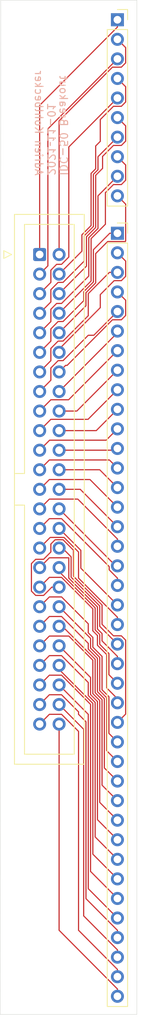
<source format=kicad_pcb>
(kicad_pcb (version 20211014) (generator pcbnew)
  (layers (0 "F.Cu" signal) (31 "B.Cu" signal) (34 "B.Paste" user) (35 "F.Paste" user) (36 "B.SilkS" user "B.Silkscreen") (37 "F.SilkS" user "F.Silkscreen") (38 "B.Mask" user) (39 "F.Mask" user) (44 "Edge.Cuts" user))
  (net 0 "")
  (net 1 "Net-(J1-Pad40)")
  (net 2 "Net-(J1-Pad39)")
  (net 3 "Net-(J1-Pad38)")
  (net 4 "Net-(J1-Pad37)")
  (net 5 "Net-(J1-Pad36)")
  (net 6 "Net-(J1-Pad35)")
  (net 7 "Net-(J1-Pad34)")
  (net 8 "Net-(J1-Pad33)")
  (net 9 "Net-(J1-Pad32)")
  (net 10 "Net-(J1-Pad31)")
  (net 11 "Net-(J1-Pad30)")
  (net 12 "Net-(J1-Pad29)")
  (net 13 "Net-(J1-Pad28)")
  (net 14 "Net-(J1-Pad27)")
  (net 15 "Net-(J1-Pad26)")
  (net 16 "Net-(J1-Pad25)")
  (net 17 "Net-(J1-Pad24)")
  (net 18 "Net-(J1-Pad23)")
  (net 19 "Net-(J1-Pad22)")
  (net 20 "Net-(J1-Pad21)")
  (net 21 "Net-(J1-Pad20)")
  (net 22 "Net-(J1-Pad19)")
  (net 23 "Net-(J1-Pad18)")
  (net 24 "Net-(J1-Pad17)")
  (net 25 "Net-(J1-Pad16)")
  (net 26 "Net-(J1-Pad15)")
  (net 27 "Net-(J1-Pad14)")
  (net 28 "Net-(J1-Pad13)")
  (net 29 "Net-(J1-Pad12)")
  (net 30 "Net-(J1-Pad11)")
  (net 31 "Net-(J1-Pad10)")
  (net 32 "Net-(J1-Pad9)")
  (net 33 "Net-(J1-Pad8)")
  (net 34 "Net-(J1-Pad7)")
  (net 35 "Net-(J1-Pad6)")
  (net 36 "Net-(J1-Pad5)")
  (net 37 "Net-(J1-Pad4)")
  (net 38 "Net-(J1-Pad3)")
  (net 39 "Net-(J1-Pad2)")
  (net 40 "Net-(J1-Pad1)")
  (net 41 "Net-(J2-Pad10)")
  (net 42 "Net-(J2-Pad8)")
  (net 43 "Net-(J2-Pad6)")
  (net 44 "Net-(J2-Pad4)")
  (net 45 "Net-(J2-Pad2)")
  (net 46 "Net-(J2-Pad9)")
  (net 47 "Net-(J2-Pad7)")
  (net 48 "Net-(J2-Pad5)")
  (net 49 "Net-(J2-Pad3)")
  (net 50 "Net-(J2-Pad1)")
  (footprint "Connector_PinSocket_2.54mm:PinSocket_1x40_P2.54mm_Vertical" (layer "F.Cu") (at 101.6 50.576)
    (fp_text reference "J1" hide)
    (fp_text value "Conn_01x40")
    (fp_line (start -1.33 100.39) (end 1.33 100.39) (layer "F.SilkS") (width 0.12))
    (fp_line (start -1.33 1.27) (end -1.33 100.39) (layer "F.SilkS") (width 0.12))
    (fp_line (start 1.33 -1.33) (end 1.33 0) (layer "F.SilkS") (width 0.12))
    (fp_line (start 0 -1.33) (end 1.33 -1.33) (layer "F.SilkS") (width 0.12))
    (fp_line (start -1.33 1.27) (end 1.33 1.27) (layer "F.SilkS") (width 0.12))
    (fp_line (start 1.33 1.27) (end 1.33 100.39) (layer "F.SilkS") (width 0.12))
    (pad "1" thru_hole rect locked (at 0 0) (size 1.7 1.7) (drill 1) (layers *.Cu *.Mask) (net 40 "Net-(J1-Pad1)"))
    (pad "2" thru_hole oval locked (at 0 2.54) (size 1.7 1.7) (drill 1) (layers *.Cu *.Mask) (net 39 "Net-(J1-Pad2)"))
    (pad "3" thru_hole oval locked (at 0 5.08) (size 1.7 1.7) (drill 1) (layers *.Cu *.Mask) (net 38 "Net-(J1-Pad3)"))
    (pad "4" thru_hole oval locked (at 0 7.62) (size 1.7 1.7) (drill 1) (layers *.Cu *.Mask) (net 37 "Net-(J1-Pad4)"))
    (pad "5" thru_hole oval locked (at 0 10.16) (size 1.7 1.7) (drill 1) (layers *.Cu *.Mask) (net 36 "Net-(J1-Pad5)"))
    (pad "6" thru_hole oval locked (at 0 12.7) (size 1.7 1.7) (drill 1) (layers *.Cu *.Mask) (net 35 "Net-(J1-Pad6)"))
    (pad "7" thru_hole oval locked (at 0 15.24) (size 1.7 1.7) (drill 1) (layers *.Cu *.Mask) (net 34 "Net-(J1-Pad7)"))
    (pad "8" thru_hole oval locked (at 0 17.78) (size 1.7 1.7) (drill 1) (layers *.Cu *.Mask) (net 33 "Net-(J1-Pad8)"))
    (pad "9" thru_hole oval locked (at 0 20.32) (size 1.7 1.7) (drill 1) (layers *.Cu *.Mask) (net 32 "Net-(J1-Pad9)"))
    (pad "10" thru_hole oval locked (at 0 22.86) (size 1.7 1.7) (drill 1) (layers *.Cu *.Mask) (net 31 "Net-(J1-Pad10)"))
    (pad "11" thru_hole oval locked (at 0 25.4) (size 1.7 1.7) (drill 1) (layers *.Cu *.Mask) (net 30 "Net-(J1-Pad11)"))
    (pad "12" thru_hole oval locked (at 0 27.94) (size 1.7 1.7) (drill 1) (layers *.Cu *.Mask) (net 29 "Net-(J1-Pad12)"))
    (pad "13" thru_hole oval locked (at 0 30.48) (size 1.7 1.7) (drill 1) (layers *.Cu *.Mask) (net 28 "Net-(J1-Pad13)"))
    (pad "14" thru_hole oval locked (at 0 33.02) (size 1.7 1.7) (drill 1) (layers *.Cu *.Mask) (net 27 "Net-(J1-Pad14)"))
    (pad "15" thru_hole oval locked (at 0 35.56) (size 1.7 1.7) (drill 1) (layers *.Cu *.Mask) (net 26 "Net-(J1-Pad15)"))
    (pad "16" thru_hole oval locked (at 0 38.1) (size 1.7 1.7) (drill 1) (layers *.Cu *.Mask) (net 25 "Net-(J1-Pad16)"))
    (pad "17" thru_hole oval locked (at 0 40.64) (size 1.7 1.7) (drill 1) (layers *.Cu *.Mask) (net 24 "Net-(J1-Pad17)"))
    (pad "18" thru_hole oval locked (at 0 43.18) (size 1.7 1.7) (drill 1) (layers *.Cu *.Mask) (net 23 "Net-(J1-Pad18)"))
    (pad "19" thru_hole oval locked (at 0 45.72) (size 1.7 1.7) (drill 1) (layers *.Cu *.Mask) (net 22 "Net-(J1-Pad19)"))
    (pad "20" thru_hole oval locked (at 0 48.26) (size 1.7 1.7) (drill 1) (layers *.Cu *.Mask) (net 21 "Net-(J1-Pad20)"))
    (pad "21" thru_hole oval locked (at 0 50.8) (size 1.7 1.7) (drill 1) (layers *.Cu *.Mask) (net 20 "Net-(J1-Pad21)"))
    (pad "22" thru_hole oval locked (at 0 53.34) (size 1.7 1.7) (drill 1) (layers *.Cu *.Mask) (net 19 "Net-(J1-Pad22)"))
    (pad "23" thru_hole oval locked (at 0 55.88) (size 1.7 1.7) (drill 1) (layers *.Cu *.Mask) (net 18 "Net-(J1-Pad23)"))
    (pad "24" thru_hole oval locked (at 0 58.42) (size 1.7 1.7) (drill 1) (layers *.Cu *.Mask) (net 17 "Net-(J1-Pad24)"))
    (pad "25" thru_hole oval locked (at 0 60.96) (size 1.7 1.7) (drill 1) (layers *.Cu *.Mask) (net 16 "Net-(J1-Pad25)"))
    (pad "26" thru_hole oval locked (at 0 63.5) (size 1.7 1.7) (drill 1) (layers *.Cu *.Mask) (net 15 "Net-(J1-Pad26)"))
    (pad "27" thru_hole oval locked (at 0 66.04) (size 1.7 1.7) (drill 1) (layers *.Cu *.Mask) (net 14 "Net-(J1-Pad27)"))
    (pad "28" thru_hole oval locked (at 0 68.58) (size 1.7 1.7) (drill 1) (layers *.Cu *.Mask) (net 13 "Net-(J1-Pad28)"))
    (pad "29" thru_hole oval locked (at 0 71.12) (size 1.7 1.7) (drill 1) (layers *.Cu *.Mask) (net 12 "Net-(J1-Pad29)"))
    (pad "30" thru_hole oval locked (at 0 73.66) (size 1.7 1.7) (drill 1) (layers *.Cu *.Mask) (net 11 "Net-(J1-Pad30)"))
    (pad "31" thru_hole oval locked (at 0 76.2) (size 1.7 1.7) (drill 1) (layers *.Cu *.Mask) (net 10 "Net-(J1-Pad31)"))
    (pad "32" thru_hole oval locked (at 0 78.74) (size 1.7 1.7) (drill 1) (layers *.Cu *.Mask) (net 9 "Net-(J1-Pad32)"))
    (pad "33" thru_hole oval locked (at 0 81.28) (size 1.7 1.7) (drill 1) (layers *.Cu *.Mask) (net 8 "Net-(J1-Pad33)"))
    (pad "34" thru_hole oval locked (at 0 83.82) (size 1.7 1.7) (drill 1) (layers *.Cu *.Mask) (net 7 "Net-(J1-Pad34)"))
    (pad "35" thru_hole oval locked (at 0 86.36) (size 1.7 1.7) (drill 1) (layers *.Cu *.Mask) (net 6 "Net-(J1-Pad35)"))
    (pad "36" thru_hole oval locked (at 0 88.9) (size 1.7 1.7) (drill 1) (layers *.Cu *.Mask) (net 5 "Net-(J1-Pad36)"))
    (pad "37" thru_hole oval locked (at 0 91.44) (size 1.7 1.7) (drill 1) (layers *.Cu *.Mask) (net 4 "Net-(J1-Pad37)"))
    (pad "38" thru_hole oval locked (at 0 93.98) (size 1.7 1.7) (drill 1) (layers *.Cu *.Mask) (net 3 "Net-(J1-Pad38)"))
    (pad "39" thru_hole oval locked (at 0 96.52) (size 1.7 1.7) (drill 1) (layers *.Cu *.Mask) (net 2 "Net-(J1-Pad39)"))
    (pad "40" thru_hole oval locked (at 0 99.06) (size 1.7 1.7) (drill 1) (layers *.Cu *.Mask) (net 1 "Net-(J1-Pad40)"))
  )
  (footprint "Connector_IDC:IDC-Header_2x25_P2.54mm_Vertical" (layer "F.Cu") (at 91.44 53.34)
    (fp_text reference "J2" hide)
    (fp_text value "Conn_01x50")
    (fp_line (start -3.68 0) (end -4.68 -0.5) (layer "F.SilkS") (width 0.12))
    (fp_line (start -1.98 64.87) (end -1.98 32.53) (layer "F.SilkS") (width 0.12))
    (fp_line (start -4.68 -0.5) (end -4.68 0.5) (layer "F.SilkS") (width 0.12))
    (fp_line (start 5.83 66.17) (end -3.29 66.17) (layer "F.SilkS") (width 0.12))
    (fp_line (start -1.98 -3.91) (end 4.52 -3.91) (layer "F.SilkS") (width 0.12))
    (fp_line (start 4.52 64.87) (end -1.98 64.87) (layer "F.SilkS") (width 0.12))
    (fp_line (start -3.29 -5.21) (end 5.83 -5.21) (layer "F.SilkS") (width 0.12))
    (fp_line (start -1.98 32.53) (end -3.29 32.53) (layer "F.SilkS") (width 0.12))
    (fp_line (start 4.52 -3.91) (end 4.52 64.87) (layer "F.SilkS") (width 0.12))
    (fp_line (start -1.98 32.53) (end -1.98 32.53) (layer "F.SilkS") (width 0.12))
    (fp_line (start -1.98 28.43) (end -1.98 -3.91) (layer "F.SilkS") (width 0.12))
    (fp_line (start -4.68 0.5) (end -3.68 0) (layer "F.SilkS") (width 0.12))
    (fp_line (start -3.29 66.17) (end -3.29 -5.21) (layer "F.SilkS") (width 0.12))
    (fp_line (start 5.83 -5.21) (end 5.83 66.17) (layer "F.SilkS") (width 0.12))
    (fp_line (start -3.29 28.43) (end -1.98 28.43) (layer "F.SilkS") (width 0.12))
    (pad "1" thru_hole roundrect locked (at 0 0) (size 1.7 1.7) (drill 1) (layers *.Cu *.Mask) (roundrect_rratio 0.1470588235) (net 50 "Net-(J2-Pad1)"))
    (pad "2" thru_hole circle locked (at 2.54 0) (size 1.7 1.7) (drill 1) (layers *.Cu *.Mask) (net 45 "Net-(J2-Pad2)"))
    (pad "3" thru_hole circle locked (at 0 2.54) (size 1.7 1.7) (drill 1) (layers *.Cu *.Mask) (net 49 "Net-(J2-Pad3)"))
    (pad "4" thru_hole circle locked (at 2.54 2.54) (size 1.7 1.7) (drill 1) (layers *.Cu *.Mask) (net 44 "Net-(J2-Pad4)"))
    (pad "5" thru_hole circle locked (at 0 5.08) (size 1.7 1.7) (drill 1) (layers *.Cu *.Mask) (net 48 "Net-(J2-Pad5)"))
    (pad "6" thru_hole circle locked (at 2.54 5.08) (size 1.7 1.7) (drill 1) (layers *.Cu *.Mask) (net 43 "Net-(J2-Pad6)"))
    (pad "7" thru_hole circle locked (at 0 7.62) (size 1.7 1.7) (drill 1) (layers *.Cu *.Mask) (net 47 "Net-(J2-Pad7)"))
    (pad "8" thru_hole circle locked (at 2.54 7.62) (size 1.7 1.7) (drill 1) (layers *.Cu *.Mask) (net 42 "Net-(J2-Pad8)"))
    (pad "9" thru_hole circle locked (at 0 10.16) (size 1.7 1.7) (drill 1) (layers *.Cu *.Mask) (net 46 "Net-(J2-Pad9)"))
    (pad "10" thru_hole circle locked (at 2.54 10.16) (size 1.7 1.7) (drill 1) (layers *.Cu *.Mask) (net 41 "Net-(J2-Pad10)"))
    (pad "11" thru_hole circle locked (at 0 12.7) (size 1.7 1.7) (drill 1) (layers *.Cu *.Mask) (net 40 "Net-(J1-Pad1)"))
    (pad "12" thru_hole circle locked (at 2.54 12.7) (size 1.7 1.7) (drill 1) (layers *.Cu *.Mask) (net 39 "Net-(J1-Pad2)"))
    (pad "13" thru_hole circle locked (at 0 15.24) (size 1.7 1.7) (drill 1) (layers *.Cu *.Mask) (net 38 "Net-(J1-Pad3)"))
    (pad "14" thru_hole circle locked (at 2.54 15.24) (size 1.7 1.7) (drill 1) (layers *.Cu *.Mask) (net 37 "Net-(J1-Pad4)"))
    (pad "15" thru_hole circle locked (at 0 17.78) (size 1.7 1.7) (drill 1) (layers *.Cu *.Mask) (net 36 "Net-(J1-Pad5)"))
    (pad "16" thru_hole circle locked (at 2.54 17.78) (size 1.7 1.7) (drill 1) (layers *.Cu *.Mask) (net 35 "Net-(J1-Pad6)"))
    (pad "17" thru_hole circle locked (at 0 20.32) (size 1.7 1.7) (drill 1) (layers *.Cu *.Mask) (net 34 "Net-(J1-Pad7)"))
    (pad "18" thru_hole circle locked (at 2.54 20.32) (size 1.7 1.7) (drill 1) (layers *.Cu *.Mask) (net 33 "Net-(J1-Pad8)"))
    (pad "19" thru_hole circle locked (at 0 22.86) (size 1.7 1.7) (drill 1) (layers *.Cu *.Mask) (net 32 "Net-(J1-Pad9)"))
    (pad "20" thru_hole circle locked (at 2.54 22.86) (size 1.7 1.7) (drill 1) (layers *.Cu *.Mask) (net 31 "Net-(J1-Pad10)"))
    (pad "21" thru_hole circle locked (at 0 25.4) (size 1.7 1.7) (drill 1) (layers *.Cu *.Mask) (net 30 "Net-(J1-Pad11)"))
    (pad "22" thru_hole circle locked (at 2.54 25.4) (size 1.7 1.7) (drill 1) (layers *.Cu *.Mask) (net 29 "Net-(J1-Pad12)"))
    (pad "23" thru_hole circle locked (at 0 27.94) (size 1.7 1.7) (drill 1) (layers *.Cu *.Mask) (net 28 "Net-(J1-Pad13)"))
    (pad "24" thru_hole circle locked (at 2.54 27.94) (size 1.7 1.7) (drill 1) (layers *.Cu *.Mask) (net 27 "Net-(J1-Pad14)"))
    (pad "25" thru_hole circle locked (at 0 30.48) (size 1.7 1.7) (drill 1) (layers *.Cu *.Mask) (net 26 "Net-(J1-Pad15)"))
    (pad "26" thru_hole circle locked (at 2.54 30.48) (size 1.7 1.7) (drill 1) (layers *.Cu *.Mask) (net 25 "Net-(J1-Pad16)"))
    (pad "27" thru_hole circle locked (at 0 33.02) (size 1.7 1.7) (drill 1) (layers *.Cu *.Mask) (net 24 "Net-(J1-Pad17)"))
    (pad "28" thru_hole circle locked (at 2.54 33.02) (size 1.7 1.7) (drill 1) (layers *.Cu *.Mask) (net 23 "Net-(J1-Pad18)"))
    (pad "29" thru_hole circle locked (at 0 35.56) (size 1.7 1.7) (drill 1) (layers *.Cu *.Mask) (net 22 "Net-(J1-Pad19)"))
    (pad "30" thru_hole circle locked (at 2.54 35.56) (size 1.7 1.7) (drill 1) (layers *.Cu *.Mask) (net 21 "Net-(J1-Pad20)"))
    (pad "31" thru_hole circle locked (at 0 38.1) (size 1.7 1.7) (drill 1) (layers *.Cu *.Mask) (net 20 "Net-(J1-Pad21)"))
    (pad "32" thru_hole circle locked (at 2.54 38.1) (size 1.7 1.7) (drill 1) (layers *.Cu *.Mask) (net 19 "Net-(J1-Pad22)"))
    (pad "33" thru_hole circle locked (at 0 40.64) (size 1.7 1.7) (drill 1) (layers *.Cu *.Mask) (net 18 "Net-(J1-Pad23)"))
    (pad "34" thru_hole circle locked (at 2.54 40.64) (size 1.7 1.7) (drill 1) (layers *.Cu *.Mask) (net 17 "Net-(J1-Pad24)"))
    (pad "35" thru_hole circle locked (at 0 43.18) (size 1.7 1.7) (drill 1) (layers *.Cu *.Mask) (net 16 "Net-(J1-Pad25)"))
    (pad "36" thru_hole circle locked (at 2.54 43.18) (size 1.7 1.7) (drill 1) (layers *.Cu *.Mask) (net 15 "Net-(J1-Pad26)"))
    (pad "37" thru_hole circle locked (at 0 45.72) (size 1.7 1.7) (drill 1) (layers *.Cu *.Mask) (net 14 "Net-(J1-Pad27)"))
    (pad "38" thru_hole circle locked (at 2.54 45.72) (size 1.7 1.7) (drill 1) (layers *.Cu *.Mask) (net 13 "Net-(J1-Pad28)"))
    (pad "39" thru_hole circle locked (at 0 48.26) (size 1.7 1.7) (drill 1) (layers *.Cu *.Mask) (net 12 "Net-(J1-Pad29)"))
    (pad "40" thru_hole circle locked (at 2.54 48.26) (size 1.7 1.7) (drill 1) (layers *.Cu *.Mask) (net 11 "Net-(J1-Pad30)"))
    (pad "41" thru_hole circle locked (at 0 50.8) (size 1.7 1.7) (drill 1) (layers *.Cu *.Mask) (net 10 "Net-(J1-Pad31)"))
    (pad "42" thru_hole circle locked (at 2.54 50.8) (size 1.7 1.7) (drill 1) (layers *.Cu *.Mask) (net 9 "Net-(J1-Pad32)"))
    (pad "43" thru_hole circle locked (at 0 53.34) (size 1.7 1.7) (drill 1) (layers *.Cu *.Mask) (net 8 "Net-(J1-Pad33)"))
    (pad "44" thru_hole circle locked (at 2.54 53.34) (size 1.7 1.7) (drill 1) (layers *.Cu *.Mask) (net 7 "Net-(J1-Pad34)"))
    (pad "45" thru_hole circle locked (at 0 55.88) (size 1.7 1.7) (drill 1) (layers *.Cu *.Mask) (net 6 "Net-(J1-Pad35)"))
    (pad "46" thru_hole circle locked (at 2.54 55.88) (size 1.7 1.7) (drill 1) (layers *.Cu *.Mask) (net 5 "Net-(J1-Pad36)"))
    (pad "47" thru_hole circle locked (at 0 58.42) (size 1.7 1.7) (drill 1) (layers *.Cu *.Mask) (net 4 "Net-(J1-Pad37)"))
    (pad "48" thru_hole circle locked (at 2.54 58.42) (size 1.7 1.7) (drill 1) (layers *.Cu *.Mask) (net 3 "Net-(J1-Pad38)"))
    (pad "49" thru_hole circle locked (at 0 60.96) (size 1.7 1.7) (drill 1) (layers *.Cu *.Mask) (net 2 "Net-(J1-Pad39)"))
    (pad "50" thru_hole circle locked (at 2.54 60.96) (size 1.7 1.7) (drill 1) (layers *.Cu *.Mask) (net 1 "Net-(J1-Pad40)"))
  )
  (footprint "Connector_PinSocket_2.54mm:PinSocket_1x10_P2.54mm_Vertical" (layer "F.Cu") (at 101.6 22.86)
    (fp_text reference "J3" hide)
    (fp_text value "Conn_01x10")
    (fp_line (start 1.33 1.27) (end 1.33 24.19) (layer "F.SilkS") (width 0.12))
    (fp_line (start 1.33 -1.33) (end 1.33 0) (layer "F.SilkS") (width 0.12))
    (fp_line (start -1.33 1.27) (end 1.33 1.27) (layer "F.SilkS") (width 0.12))
    (fp_line (start -1.33 24.19) (end 1.33 24.19) (layer "F.SilkS") (width 0.12))
    (fp_line (start -1.33 1.27) (end -1.33 24.19) (layer "F.SilkS") (width 0.12))
    (fp_line (start 0 -1.33) (end 1.33 -1.33) (layer "F.SilkS") (width 0.12))
    (pad "1" thru_hole rect locked (at 0 0) (size 1.7 1.7) (drill 1) (layers *.Cu *.Mask) (net 50 "Net-(J2-Pad1)"))
    (pad "2" thru_hole oval locked (at 0 2.54) (size 1.7 1.7) (drill 1) (layers *.Cu *.Mask) (net 45 "Net-(J2-Pad2)"))
    (pad "3" thru_hole oval locked (at 0 5.08) (size 1.7 1.7) (drill 1) (layers *.Cu *.Mask) (net 49 "Net-(J2-Pad3)"))
    (pad "4" thru_hole oval locked (at 0 7.62) (size 1.7 1.7) (drill 1) (layers *.Cu *.Mask) (net 44 "Net-(J2-Pad4)"))
    (pad "5" thru_hole oval locked (at 0 10.16) (size 1.7 1.7) (drill 1) (layers *.Cu *.Mask) (net 48 "Net-(J2-Pad5)"))
    (pad "6" thru_hole oval locked (at 0 12.7) (size 1.7 1.7) (drill 1) (layers *.Cu *.Mask) (net 43 "Net-(J2-Pad6)"))
    (pad "7" thru_hole oval locked (at 0 15.24) (size 1.7 1.7) (drill 1) (layers *.Cu *.Mask) (net 47 "Net-(J2-Pad7)"))
    (pad "8" thru_hole oval locked (at 0 17.78) (size 1.7 1.7) (drill 1) (layers *.Cu *.Mask) (net 42 "Net-(J2-Pad8)"))
    (pad "9" thru_hole oval locked (at 0 20.32) (size 1.7 1.7) (drill 1) (layers *.Cu *.Mask) (net 46 "Net-(J2-Pad9)"))
    (pad "10" thru_hole oval locked (at 0 22.86) (size 1.7 1.7) (drill 1) (layers *.Cu *.Mask) (net 41 "Net-(J2-Pad10)"))
  )
  (gr_line (start 86.36 20.32) (end 86.2838 151.9936) (layer "Edge.Cuts") (width 0.05))
  (gr_line (start 104.14 151.9936) (end 104.14 20.32) (layer "Edge.Cuts") (width 0.05))
  (gr_line (start 104.14 20.32) (end 86.36 20.32) (layer "Edge.Cuts") (width 0.05))
  (gr_line (start 86.2838 151.9936) (end 104.14 151.9936) (layer "Edge.Cuts") (width 0.05))
  (gr_text "IDC-50 Breakout\n2021–11-01\nAdrien Kohlbecker" (at 92.9386 43.18 -90) (layer "B.SilkS") (effects (font (size 1 1)) (justify left mirror)))
  (segment (start 93.98 114.3) (end 93.98 141.067002) (width 0.15) (layer "F.Cu") (net 1))
  (segment (start 101.6 148.687002) (end 101.6 149.636) (width 0.15) (layer "F.Cu") (net 1))
  (segment (start 93.98 141.067002) (end 101.6 148.687002) (width 0.15) (layer "F.Cu") (net 1))
  (segment (start 92.71 113.03) (end 94.301002 113.03) (width 0.15) (layer "F.Cu") (net 2))
  (segment (start 91.44 114.3) (end 92.71 113.03) (width 0.15) (layer "F.Cu") (net 2))
  (segment (start 96.52 115.248998) (end 96.52 141.067002) (width 0.15) (layer "F.Cu") (net 2))
  (segment (start 96.52 141.067002) (end 101.6 146.147002) (width 0.15) (layer "F.Cu") (net 2))
  (segment (start 101.6 146.147002) (end 101.6 147.096) (width 0.15) (layer "F.Cu") (net 2))
  (segment (start 94.301002 113.03) (end 96.52 115.248998) (width 0.15) (layer "F.Cu") (net 2))
  (segment (start 97.18998 114.96998) (end 97.18998 139.196982) (width 0.15) (layer "F.Cu") (net 3))
  (segment (start 101.6 143.607002) (end 101.6 144.556) (width 0.15) (layer "F.Cu") (net 3))
  (segment (start 97.18998 139.196982) (end 101.6 143.607002) (width 0.15) (layer "F.Cu") (net 3))
  (segment (start 93.98 111.76) (end 97.18998 114.96998) (width 0.15) (layer "F.Cu") (net 3))
  (segment (start 94.301002 110.49) (end 96.52 112.708998) (width 0.15) (layer "F.Cu") (net 4))
  (segment (start 96.52 112.708998) (end 96.52 113.03) (width 0.15) (layer "F.Cu") (net 4))
  (segment (start 91.44 111.76) (end 92.71 110.49) (width 0.15) (layer "F.Cu") (net 4))
  (segment (start 92.71 110.49) (end 94.301002 110.49) (width 0.15) (layer "F.Cu") (net 4))
  (segment (start 96.52 113.03) (end 97.48999 113.99999) (width 0.15) (layer "F.Cu") (net 4))
  (segment (start 101.6 141.067002) (end 101.6 142.016) (width 0.15) (layer "F.Cu") (net 4))
  (segment (start 97.48999 113.99999) (end 97.48999 136.956992) (width 0.15) (layer "F.Cu") (net 4))
  (segment (start 97.48999 136.956992) (end 101.6 141.067002) (width 0.15) (layer "F.Cu") (net 4))
  (segment (start 97.79 135.666) (end 101.6 139.476) (width 0.15) (layer "F.Cu") (net 5))
  (segment (start 97.79 113.03) (end 97.79 135.666) (width 0.15) (layer "F.Cu") (net 5))
  (segment (start 93.98 109.22) (end 97.79 113.03) (width 0.15) (layer "F.Cu") (net 5))
  (segment (start 98.090011 133.426011) (end 101.6 136.936) (width 0.15) (layer "F.Cu") (net 6))
  (segment (start 94.301002 107.95) (end 98.090011 111.739009) (width 0.15) (layer "F.Cu") (net 6))
  (segment (start 92.71 107.95) (end 94.301002 107.95) (width 0.15) (layer "F.Cu") (net 6))
  (segment (start 98.090011 111.739009) (end 98.090011 133.426011) (width 0.15) (layer "F.Cu") (net 6))
  (segment (start 91.44 109.22) (end 92.71 107.95) (width 0.15) (layer "F.Cu") (net 6))
  (segment (start 93.98 106.68) (end 93.98 107.20472) (width 0.15) (layer "F.Cu") (net 7))
  (segment (start 93.98 107.20472) (end 98.390022 111.614742) (width 0.15) (layer "F.Cu") (net 7))
  (segment (start 98.390022 111.614742) (end 98.390022 131.186022) (width 0.15) (layer "F.Cu") (net 7))
  (segment (start 98.390022 131.186022) (end 101.6 134.396) (width 0.15) (layer "F.Cu") (net 7))
  (segment (start 98.690033 111.490473) (end 98.690033 128.946033) (width 0.15) (layer "F.Cu") (net 8))
  (segment (start 91.44 106.68) (end 92.71 105.41) (width 0.15) (layer "F.Cu") (net 8))
  (segment (start 94.301002 105.41) (end 97.79 108.898998) (width 0.15) (layer "F.Cu") (net 8))
  (segment (start 97.79 108.898998) (end 97.79 110.59044) (width 0.15) (layer "F.Cu") (net 8))
  (segment (start 98.690033 128.946033) (end 101.6 131.856) (width 0.15) (layer "F.Cu") (net 8))
  (segment (start 92.71 105.41) (end 94.301002 105.41) (width 0.15) (layer "F.Cu") (net 8))
  (segment (start 97.79 110.59044) (end 98.690033 111.490473) (width 0.15) (layer "F.Cu") (net 8))
  (segment (start 98.090011 110.466172) (end 98.990044 111.366205) (width 0.15) (layer "F.Cu") (net 9))
  (segment (start 98.090011 108.250011) (end 98.090011 110.466172) (width 0.15) (layer "F.Cu") (net 9))
  (segment (start 98.990044 126.706044) (end 101.6 129.316) (width 0.15) (layer "F.Cu") (net 9))
  (segment (start 93.98 104.14) (end 98.090011 108.250011) (width 0.15) (layer "F.Cu") (net 9))
  (segment (start 98.990044 111.366205) (end 98.990044 126.706044) (width 0.15) (layer "F.Cu") (net 9))
  (segment (start 99.290055 111.241937) (end 99.290055 124.466055) (width 0.15) (layer "F.Cu") (net 10))
  (segment (start 99.290055 124.466055) (end 101.6 126.776) (width 0.15) (layer "F.Cu") (net 10))
  (segment (start 95.25 102.87) (end 98.390022 106.010022) (width 0.15) (layer "F.Cu") (net 10))
  (segment (start 91.44 104.14) (end 92.71 102.87) (width 0.15) (layer "F.Cu") (net 10))
  (segment (start 98.390022 110.341904) (end 99.290055 111.241937) (width 0.15) (layer "F.Cu") (net 10))
  (segment (start 98.390022 106.010022) (end 98.390022 110.341904) (width 0.15) (layer "F.Cu") (net 10))
  (segment (start 92.71 102.87) (end 95.25 102.87) (width 0.15) (layer "F.Cu") (net 10))
  (segment (start 94.404279 101.6) (end 98.690033 105.885754) (width 0.15) (layer "F.Cu") (net 11))
  (segment (start 98.690033 105.885754) (end 98.690033 110.217636) (width 0.15) (layer "F.Cu") (net 11))
  (segment (start 93.98 101.6) (end 94.404279 101.6) (width 0.15) (layer "F.Cu") (net 11))
  (segment (start 99.590066 122.226066) (end 101.6 124.236) (width 0.15) (layer "F.Cu") (net 11))
  (segment (start 98.690033 110.217636) (end 99.590066 111.117669) (width 0.15) (layer "F.Cu") (net 11))
  (segment (start 99.590066 111.117669) (end 99.590066 122.226066) (width 0.15) (layer "F.Cu") (net 11))
  (segment (start 94.301002 100.33) (end 97.79 103.818998) (width 0.15) (layer "F.Cu") (net 12))
  (segment (start 99.890077 110.993401) (end 99.890077 119.986077) (width 0.15) (layer "F.Cu") (net 12))
  (segment (start 99.890077 119.986077) (end 101.6 121.696) (width 0.15) (layer "F.Cu") (net 12))
  (segment (start 97.79 104.561443) (end 98.990044 105.761486) (width 0.15) (layer "F.Cu") (net 12))
  (segment (start 92.71 100.33) (end 94.301002 100.33) (width 0.15) (layer "F.Cu") (net 12))
  (segment (start 97.79 103.818998) (end 97.79 104.561443) (width 0.15) (layer "F.Cu") (net 12))
  (segment (start 98.990044 105.761486) (end 98.990044 110.093368) (width 0.15) (layer "F.Cu") (net 12))
  (segment (start 91.44 101.6) (end 92.71 100.33) (width 0.15) (layer "F.Cu") (net 12))
  (segment (start 98.990044 110.093368) (end 99.890077 110.993401) (width 0.15) (layer "F.Cu") (net 12))
  (segment (start 98.090011 103.170011) (end 98.090011 104.437175) (width 0.15) (layer "F.Cu") (net 13))
  (segment (start 93.98 99.06) (end 98.090011 103.170011) (width 0.15) (layer "F.Cu") (net 13))
  (segment (start 98.090011 104.437175) (end 99.290055 105.637218) (width 0.15) (layer "F.Cu") (net 13))
  (segment (start 99.290055 105.637218) (end 99.290055 109.9691) (width 0.15) (layer "F.Cu") (net 13))
  (segment (start 100.190088 110.869133) (end 100.190088 117.746088) (width 0.15) (layer "F.Cu") (net 13))
  (segment (start 100.190088 117.746088) (end 101.6 119.156) (width 0.15) (layer "F.Cu") (net 13))
  (segment (start 99.290055 109.9691) (end 100.190088 110.869133) (width 0.15) (layer "F.Cu") (net 13))
  (segment (start 97.79 101.278998) (end 97.79 102.445722) (width 0.15) (layer "F.Cu") (net 14))
  (segment (start 92.71 97.79) (end 94.301002 97.79) (width 0.15) (layer "F.Cu") (net 14))
  (segment (start 94.301002 97.79) (end 97.79 101.278998) (width 0.15) (layer "F.Cu") (net 14))
  (segment (start 100.490099 115.506099) (end 101.6 116.616) (width 0.15) (layer "F.Cu") (net 14))
  (segment (start 98.390022 104.312907) (end 99.590066 105.51295) (width 0.15) (layer "F.Cu") (net 14))
  (segment (start 99.590066 105.51295) (end 99.590066 109.844832) (width 0.15) (layer "F.Cu") (net 14))
  (segment (start 91.44 99.06) (end 92.71 97.79) (width 0.15) (layer "F.Cu") (net 14))
  (segment (start 97.79 102.445722) (end 98.390022 103.045743) (width 0.15) (layer "F.Cu") (net 14))
  (segment (start 100.490099 110.744865) (end 100.490099 115.506099) (width 0.15) (layer "F.Cu") (net 14))
  (segment (start 98.390022 103.045743) (end 98.390022 104.312907) (width 0.15) (layer "F.Cu") (net 14))
  (segment (start 99.590066 109.844832) (end 100.490099 110.744865) (width 0.15) (layer "F.Cu") (net 14))
  (segment (start 102.675001 113.000999) (end 101.6 114.076) (width 0.15) (layer "F.Cu") (net 15))
  (segment (start 90.364999 93.463999) (end 90.923999 92.904999) (width 0.15) (layer "F.Cu") (net 15))
  (segment (start 99.590065 98.841949) (end 99.590065 101.347065) (width 0.15) (layer "F.Cu") (net 15))
  (segment (start 102.116001 102.840999) (end 102.675001 103.399999) (width 0.15) (layer "F.Cu") (net 15))
  (segment (start 92.904999 90.923999) (end 93.463999 90.364999) (width 0.15) (layer "F.Cu") (net 15))
  (segment (start 93.98 96.52) (end 93.031002 96.52) (width 0.15) (layer "F.Cu") (net 15))
  (segment (start 99.590065 101.347065) (end 101.083999 102.840999) (width 0.15) (layer "F.Cu") (net 15))
  (segment (start 101.083999 102.840999) (end 102.116001 102.840999) (width 0.15) (layer "F.Cu") (net 15))
  (segment (start 93.031002 96.52) (end 91.956001 97.595001) (width 0.15) (layer "F.Cu") (net 15))
  (segment (start 92.904999 91.956001) (end 92.904999 90.923999) (width 0.15) (layer "F.Cu") (net 15))
  (segment (start 90.923999 92.904999) (end 91.956001 92.904999) (width 0.15) (layer "F.Cu") (net 15))
  (segment (start 95.850021 95.101905) (end 99.590065 98.841949) (width 0.15) (layer "F.Cu") (net 15))
  (segment (start 91.956001 97.595001) (end 90.923999 97.595001) (width 0.15) (layer "F.Cu") (net 15))
  (segment (start 90.364999 97.036001) (end 90.364999 93.463999) (width 0.15) (layer "F.Cu") (net 15))
  (segment (start 95.850021 91.719019) (end 95.850021 95.101905) (width 0.15) (layer "F.Cu") (net 15))
  (segment (start 90.923999 97.595001) (end 90.364999 97.036001) (width 0.15) (layer "F.Cu") (net 15))
  (segment (start 94.496001 90.364999) (end 95.850021 91.719019) (width 0.15) (layer "F.Cu") (net 15))
  (segment (start 102.675001 103.399999) (end 102.675001 113.000999) (width 0.15) (layer "F.Cu") (net 15))
  (segment (start 93.463999 90.364999) (end 94.496001 90.364999) (width 0.15) (layer "F.Cu") (net 15))
  (segment (start 91.956001 92.904999) (end 92.904999 91.956001) (width 0.15) (layer "F.Cu") (net 15))
  (segment (start 101.6 111.006208) (end 101.6 111.536) (width 0.15) (layer "F.Cu") (net 16))
  (segment (start 100.190088 109.596296) (end 101.6 111.006208) (width 0.15) (layer "F.Cu") (net 16))
  (segment (start 100.190088 105.264414) (end 100.190088 109.596296) (width 0.15) (layer "F.Cu") (net 16))
  (segment (start 94.301002 95.25) (end 98.390022 99.33902) (width 0.15) (layer "F.Cu") (net 16))
  (segment (start 98.390022 99.33902) (end 98.390022 102.197186) (width 0.15) (layer "F.Cu") (net 16))
  (segment (start 98.390022 102.197186) (end 98.990044 102.797207) (width 0.15) (layer "F.Cu") (net 16))
  (segment (start 92.71 95.25) (end 94.301002 95.25) (width 0.15) (layer "F.Cu") (net 16))
  (segment (start 98.990044 102.797207) (end 98.990044 104.064371) (width 0.15) (layer "F.Cu") (net 16))
  (segment (start 91.44 96.52) (end 92.71 95.25) (width 0.15) (layer "F.Cu") (net 16))
  (segment (start 98.990044 104.064371) (end 100.190088 105.264414) (width 0.15) (layer "F.Cu") (net 16))
  (segment (start 93.98 93.98) (end 93.98 94.504719) (width 0.15) (layer "F.Cu") (net 17))
  (segment (start 93.98 94.504719) (end 98.690033 99.214752) (width 0.15) (layer "F.Cu") (net 17))
  (segment (start 100.490099 105.140147) (end 100.490099 107.886099) (width 0.15) (layer "F.Cu") (net 17))
  (segment (start 99.290055 103.940103) (end 100.490099 105.140147) (width 0.15) (layer "F.Cu") (net 17))
  (segment (start 99.290055 102.672939) (end 99.290055 103.940103) (width 0.15) (layer "F.Cu") (net 17))
  (segment (start 100.490099 107.886099) (end 101.6 108.996) (width 0.15) (layer "F.Cu") (net 17))
  (segment (start 98.690033 99.214752) (end 98.690033 102.072917) (width 0.15) (layer "F.Cu") (net 17))
  (segment (start 98.690033 102.072917) (end 99.290055 102.672939) (width 0.15) (layer "F.Cu") (net 17))
  (segment (start 101.6 105.507002) (end 101.6 106.456) (width 0.15) (layer "F.Cu") (net 18))
  (segment (start 95.25 92.71) (end 95.25 95.350441) (width 0.15) (layer "F.Cu") (net 18))
  (segment (start 91.44 93.98) (end 92.71 92.71) (width 0.15) (layer "F.Cu") (net 18))
  (segment (start 98.990044 101.94865) (end 99.590066 102.548672) (width 0.15) (layer "F.Cu") (net 18))
  (segment (start 95.25 95.350441) (end 98.990044 99.090484) (width 0.15) (layer "F.Cu") (net 18))
  (segment (start 99.590066 103.497068) (end 101.6 105.507002) (width 0.15) (layer "F.Cu") (net 18))
  (segment (start 98.990044 99.090484) (end 98.990044 101.94865) (width 0.15) (layer "F.Cu") (net 18))
  (segment (start 99.590066 102.548672) (end 99.590066 103.497068) (width 0.15) (layer "F.Cu") (net 18))
  (segment (start 92.71 92.71) (end 95.25 92.71) (width 0.15) (layer "F.Cu") (net 18))
  (segment (start 99.290055 98.966217) (end 99.290055 101.606055) (width 0.15) (layer "F.Cu") (net 19))
  (segment (start 93.98 91.44) (end 94.404279 91.44) (width 0.15) (layer "F.Cu") (net 19))
  (segment (start 94.404279 91.44) (end 95.550011 92.585732) (width 0.15) (layer "F.Cu") (net 19))
  (segment (start 95.550011 95.226173) (end 99.290055 98.966217) (width 0.15) (layer "F.Cu") (net 19))
  (segment (start 99.290055 101.606055) (end 101.6 103.916) (width 0.15) (layer "F.Cu") (net 19))
  (segment (start 95.550011 92.585732) (end 95.550011 95.226173) (width 0.15) (layer "F.Cu") (net 19))
  (segment (start 101.6 100.427002) (end 101.6 101.376) (width 0.15) (layer "F.Cu") (net 20))
  (segment (start 94.620269 90.064988) (end 96.52 91.964719) (width 0.15) (layer "F.Cu") (net 20))
  (segment (start 96.52 95.347002) (end 101.6 100.427002) (width 0.15) (layer "F.Cu") (net 20))
  (segment (start 92.815012 90.064988) (end 94.620269 90.064988) (width 0.15) (layer "F.Cu") (net 20))
  (segment (start 96.52 91.964719) (end 96.52 95.347002) (width 0.15) (layer "F.Cu") (net 20))
  (segment (start 91.44 91.44) (end 92.815012 90.064988) (width 0.15) (layer "F.Cu") (net 20))
  (segment (start 96.820011 91.740011) (end 96.820011 94.056011) (width 0.15) (layer "F.Cu") (net 21))
  (segment (start 93.98 88.9) (end 96.820011 91.740011) (width 0.15) (layer "F.Cu") (net 21))
  (segment (start 100.750001 97.986001) (end 101.6 98.836) (width 0.15) (layer "F.Cu") (net 21))
  (segment (start 96.820011 94.056011) (end 100.750001 97.986001) (width 0.15) (layer "F.Cu") (net 21))
  (segment (start 94.301002 87.63) (end 100.524999 93.853997) (width 0.15) (layer "F.Cu") (net 22))
  (segment (start 92.71 87.63) (end 94.301002 87.63) (width 0.15) (layer "F.Cu") (net 22))
  (segment (start 100.524999 94.272001) (end 101.6 95.347002) (width 0.15) (layer "F.Cu") (net 22))
  (segment (start 100.524999 93.853997) (end 100.524999 94.272001) (width 0.15) (layer "F.Cu") (net 22))
  (segment (start 101.6 95.347002) (end 101.6 96.296) (width 0.15) (layer "F.Cu") (net 22))
  (segment (start 91.44 88.9) (end 92.71 87.63) (width 0.15) (layer "F.Cu") (net 22))
  (segment (start 101.376 93.756) (end 101.6 93.756) (width 0.15) (layer "F.Cu") (net 23))
  (segment (start 93.98 86.36) (end 101.376 93.756) (width 0.15) (layer "F.Cu") (net 23))
  (segment (start 92.71 85.09) (end 96.422998 85.09) (width 0.15) (layer "F.Cu") (net 24))
  (segment (start 96.422998 85.09) (end 101.6 90.267002) (width 0.15) (layer "F.Cu") (net 24))
  (segment (start 91.44 86.36) (end 92.71 85.09) (width 0.15) (layer "F.Cu") (net 24))
  (segment (start 101.6 90.267002) (end 101.6 91.216) (width 0.15) (layer "F.Cu") (net 24))
  (segment (start 96.744 83.82) (end 101.6 88.676) (width 0.15) (layer "F.Cu") (net 25))
  (segment (start 93.98 83.82) (end 96.744 83.82) (width 0.15) (layer "F.Cu") (net 25))
  (segment (start 92.71 82.55) (end 98.014 82.55) (width 0.15) (layer "F.Cu") (net 26))
  (segment (start 98.014 82.55) (end 101.6 86.136) (width 0.15) (layer "F.Cu") (net 26))
  (segment (start 91.44 83.82) (end 92.71 82.55) (width 0.15) (layer "F.Cu") (net 26))
  (segment (start 99.284 81.28) (end 101.6 83.596) (width 0.15) (layer "F.Cu") (net 27))
  (segment (start 93.98 81.28) (end 99.284 81.28) (width 0.15) (layer "F.Cu") (net 27))
  (segment (start 92.71 80.01) (end 100.554 80.01) (width 0.15) (layer "F.Cu") (net 28))
  (segment (start 91.44 81.28) (end 92.71 80.01) (width 0.15) (layer "F.Cu") (net 28))
  (segment (start 100.554 80.01) (end 101.6 81.056) (width 0.15) (layer "F.Cu") (net 28))
  (segment (start 93.98 78.74) (end 101.376 78.74) (width 0.15) (layer "F.Cu") (net 29))
  (segment (start 101.376 78.74) (end 101.6 78.516) (width 0.15) (layer "F.Cu") (net 29))
  (segment (start 100.135001 77.440999) (end 101.6 75.976) (width 0.15) (layer "F.Cu") (net 30))
  (segment (start 91.44 78.74) (end 92.739001 77.440999) (width 0.15) (layer "F.Cu") (net 30))
  (segment (start 92.739001 77.440999) (end 100.135001 77.440999) (width 0.15) (layer "F.Cu") (net 30))
  (segment (start 93.98 76.2) (end 98.836 76.2) (width 0.15) (layer "F.Cu") (net 31))
  (segment (start 98.836 76.2) (end 101.6 73.436) (width 0.15) (layer "F.Cu") (net 31))
  (segment (start 97.760999 74.735001) (end 101.6 70.896) (width 0.15) (layer "F.Cu") (net 32))
  (segment (start 91.44 76.2) (end 92.904999 74.735001) (width 0.15) (layer "F.Cu") (net 32))
  (segment (start 92.904999 74.735001) (end 97.760999 74.735001) (width 0.15) (layer "F.Cu") (net 32))
  (segment (start 93.98 73.66) (end 96.296 73.66) (width 0.15) (layer "F.Cu") (net 33))
  (segment (start 96.296 73.66) (end 101.6 68.356) (width 0.15) (layer "F.Cu") (net 33))
  (segment (start 92.904999 72.195001) (end 95.220999 72.195001) (width 0.15) (layer "F.Cu") (net 34))
  (segment (start 95.220999 72.195001) (end 101.6 65.816) (width 0.15) (layer "F.Cu") (net 34))
  (segment (start 91.44 73.66) (end 92.904999 72.195001) (width 0.15) (layer "F.Cu") (net 34))
  (segment (start 101.6 63.5) (end 101.6 63.276) (width 0.15) (layer "F.Cu") (net 35))
  (segment (start 93.98 71.12) (end 101.6 63.5) (width 0.15) (layer "F.Cu") (net 35))
  (segment (start 94.496001 67.115001) (end 97.79 63.821002) (width 0.15) (layer "F.Cu") (net 36))
  (segment (start 93.853997 67.115001) (end 94.496001 67.115001) (width 0.15) (layer "F.Cu") (net 36))
  (segment (start 97.79 63.821002) (end 98.514998 63.821002) (width 0.15) (layer "F.Cu") (net 36))
  (segment (start 98.514998 63.821002) (end 101.6 60.736) (width 0.15) (layer "F.Cu") (net 36))
  (segment (start 92.904999 68.063999) (end 93.853997 67.115001) (width 0.15) (layer "F.Cu") (net 36))
  (segment (start 92.904999 69.655001) (end 92.904999 68.063999) (width 0.15) (layer "F.Cu") (net 36))
  (segment (start 91.44 71.12) (end 92.904999 69.655001) (width 0.15) (layer "F.Cu") (net 36))
  (segment (start 95.030278 67.730001) (end 100.949277 61.811001) (width 0.15) (layer "F.Cu") (net 37))
  (segment (start 102.675001 61.252001) (end 102.675001 59.271001) (width 0.15) (layer "F.Cu") (net 37))
  (segment (start 93.98 68.58) (end 94.829999 67.730001) (width 0.15) (layer "F.Cu") (net 37))
  (segment (start 102.116001 61.811001) (end 102.675001 61.252001) (width 0.15) (layer "F.Cu") (net 37))
  (segment (start 100.949277 61.811001) (end 102.116001 61.811001) (width 0.15) (layer "F.Cu") (net 37))
  (segment (start 94.829999 67.730001) (end 95.030278 67.730001) (width 0.15) (layer "F.Cu") (net 37))
  (segment (start 102.675001 59.271001) (end 101.6 58.196) (width 0.15) (layer "F.Cu") (net 37))
  (segment (start 91.44 68.58) (end 92.904999 67.115001) (width 0.15) (layer "F.Cu") (net 38))
  (segment (start 100.554 55.656) (end 101.6 55.656) (width 0.15) (layer "F.Cu") (net 38))
  (segment (start 97.79 61.281002) (end 97.79 58.42) (width 0.15) (layer "F.Cu") (net 38))
  (segment (start 97.79 58.42) (end 100.554 55.656) (width 0.15) (layer "F.Cu") (net 38))
  (segment (start 93.853997 64.575001) (end 94.496001 64.575001) (width 0.15) (layer "F.Cu") (net 38))
  (segment (start 94.496001 64.575001) (end 97.79 61.281002) (width 0.15) (layer "F.Cu") (net 38))
  (segment (start 92.904999 67.115001) (end 92.904999 65.523999) (width 0.15) (layer "F.Cu") (net 38))
  (segment (start 92.904999 65.523999) (end 93.853997 64.575001) (width 0.15) (layer "F.Cu") (net 38))
  (segment (start 101.173277 56.731001) (end 102.116001 56.731001) (width 0.15) (layer "F.Cu") (net 39))
  (segment (start 93.98 65.615721) (end 99.360009 60.235712) (width 0.15) (layer "F.Cu") (net 39))
  (segment (start 99.360009 60.235712) (end 99.360009 58.544269) (width 0.15) (layer "F.Cu") (net 39))
  (segment (start 93.98 66.04) (end 93.98 65.615721) (width 0.15) (layer "F.Cu") (net 39))
  (segment (start 102.116001 56.731001) (end 102.675001 56.172001) (width 0.15) (layer "F.Cu") (net 39))
  (segment (start 99.360009 58.544269) (end 101.173277 56.731001) (width 0.15) (layer "F.Cu") (net 39))
  (segment (start 102.675001 56.172001) (end 102.675001 54.191001) (width 0.15) (layer "F.Cu") (net 39))
  (segment (start 102.675001 54.191001) (end 101.6 53.116) (width 0.15) (layer "F.Cu") (net 39))
  (segment (start 98.459978 52.716022) (end 100.6 50.576) (width 0.15) (layer "F.Cu") (net 40))
  (segment (start 100.6 50.576) (end 101.6 50.576) (width 0.15) (layer "F.Cu") (net 40))
  (segment (start 92.904999 62.983999) (end 93.853997 62.035001) (width 0.15) (layer "F.Cu") (net 40))
  (segment (start 92.904999 64.575001) (end 92.904999 62.983999) (width 0.15) (layer "F.Cu") (net 40))
  (segment (start 93.853997 62.035001) (end 94.496001 62.035001) (width 0.15) (layer "F.Cu") (net 40))
  (segment (start 94.496001 62.035001) (end 97.189978 59.341024) (width 0.15) (layer "F.Cu") (net 40))
  (segment (start 97.189978 59.341024) (end 97.189978 58.171464) (width 0.15) (layer "F.Cu") (net 40))
  (segment (start 98.459978 56.901466) (end 98.459978 52.716022) (width 0.15) (layer "F.Cu") (net 40))
  (segment (start 91.44 66.04) (end 92.904999 64.575001) (width 0.15) (layer "F.Cu") (net 40))
  (segment (start 97.189978 58.171464) (end 98.459978 56.901466) (width 0.15) (layer "F.Cu") (net 40))
  (segment (start 93.98 63.5) (end 97.489989 59.990011) (width 0.15) (layer "F.Cu") (net 41))
  (segment (start 100.32472 51.651001) (end 102.630001 51.651001) (width 0.15) (layer "F.Cu") (net 41))
  (segment (start 98.759989 57.025733) (end 98.759989 53.215732) (width 0.15) (layer "F.Cu") (net 41))
  (segment (start 102.675001 46.795001) (end 102.449999 46.569999) (width 0.15) (layer "F.Cu") (net 41))
  (segment (start 102.675001 51.606001) (end 102.675001 46.795001) (width 0.15) (layer "F.Cu") (net 41))
  (segment (start 97.489989 59.990011) (end 97.489989 58.295732) (width 0.15) (layer "F.Cu") (net 41))
  (segment (start 97.489989 58.295732) (end 98.759989 57.025733) (width 0.15) (layer "F.Cu") (net 41))
  (segment (start 102.449999 46.569999) (end 101.6 45.72) (width 0.15) (layer "F.Cu") (net 41))
  (segment (start 98.759989 53.215732) (end 100.32472 51.651001) (width 0.15) (layer "F.Cu") (net 41))
  (segment (start 102.630001 51.651001) (end 102.675001 51.606001) (width 0.15) (layer "F.Cu") (net 41))
  (segment (start 102.675001 41.715001) (end 101.6 40.64) (width 0.15) (layer "F.Cu") (net 42))
  (segment (start 98.159967 51.275754) (end 100.029989 49.405732) (width 0.15) (layer "F.Cu") (net 42))
  (segment (start 100.029989 49.405732) (end 100.029989 45.309011) (width 0.15) (layer "F.Cu") (net 42))
  (segment (start 93.98 60.96) (end 96.889967 58.050033) (width 0.15) (layer "F.Cu") (net 42))
  (segment (start 102.675001 43.696001) (end 102.675001 41.715001) (width 0.15) (layer "F.Cu") (net 42))
  (segment (start 101.083999 44.255001) (end 102.116001 44.255001) (width 0.15) (layer "F.Cu") (net 42))
  (segment (start 102.116001 44.255001) (end 102.675001 43.696001) (width 0.15) (layer "F.Cu") (net 42))
  (segment (start 96.889967 58.047199) (end 98.159967 56.777199) (width 0.15) (layer "F.Cu") (net 42))
  (segment (start 96.889967 58.050033) (end 96.889967 58.047199) (width 0.15) (layer "F.Cu") (net 42))
  (segment (start 98.159967 56.777199) (end 98.159967 51.275754) (width 0.15) (layer "F.Cu") (net 42))
  (segment (start 100.029989 45.309011) (end 101.083999 44.255001) (width 0.15) (layer "F.Cu") (net 42))
  (segment (start 101.083999 39.175001) (end 102.116001 39.175001) (width 0.15) (layer "F.Cu") (net 43))
  (segment (start 99.660019 42.155702) (end 99.660019 40.598981) (width 0.15) (layer "F.Cu") (net 43))
  (segment (start 99.660019 40.598981) (end 101.083999 39.175001) (width 0.15) (layer "F.Cu") (net 43))
  (segment (start 102.675001 36.635001) (end 101.6 35.56) (width 0.15) (layer "F.Cu") (net 43))
  (segment (start 97.559945 54.840055) (end 97.559945 51.027218) (width 0.15) (layer "F.Cu") (net 43))
  (segment (start 93.98 58.42) (end 97.559945 54.840055) (width 0.15) (layer "F.Cu") (net 43))
  (segment (start 98.759989 43.055732) (end 99.660019 42.155702) (width 0.15) (layer "F.Cu") (net 43))
  (segment (start 102.675001 38.616001) (end 102.675001 36.635001) (width 0.15) (layer "F.Cu") (net 43))
  (segment (start 102.116001 39.175001) (end 102.675001 38.616001) (width 0.15) (layer "F.Cu") (net 43))
  (segment (start 98.759989 49.827174) (end 98.759989 43.055732) (width 0.15) (layer "F.Cu") (net 43))
  (segment (start 97.559945 51.027218) (end 98.759989 49.827174) (width 0.15) (layer "F.Cu") (net 43))
  (segment (start 98.159967 49.578639) (end 98.159967 42.807196) (width 0.15) (layer "F.Cu") (net 44))
  (segment (start 98.759989 42.207174) (end 98.759989 39.245732) (width 0.15) (layer "F.Cu") (net 44))
  (segment (start 93.98 55.88) (end 96.959923 52.900077) (width 0.15) (layer "F.Cu") (net 44))
  (segment (start 96.959923 52.900077) (end 96.959923 50.778683) (width 0.15) (layer "F.Cu") (net 44))
  (segment (start 98.159967 42.807196) (end 98.759989 42.207174) (width 0.15) (layer "F.Cu") (net 44))
  (segment (start 99.360009 35.818991) (end 101.083999 34.095001) (width 0.15) (layer "F.Cu") (net 44))
  (segment (start 101.083999 34.095001) (end 102.116001 34.095001) (width 0.15) (layer "F.Cu") (net 44))
  (segment (start 96.959923 50.778683) (end 98.159967 49.578639) (width 0.15) (layer "F.Cu") (net 44))
  (segment (start 102.116001 34.095001) (end 102.675001 33.536001) (width 0.15) (layer "F.Cu") (net 44))
  (segment (start 99.360009 38.645712) (end 99.360009 35.818991) (width 0.15) (layer "F.Cu") (net 44))
  (segment (start 102.675001 31.555001) (end 101.6 30.48) (width 0.15) (layer "F.Cu") (net 44))
  (segment (start 102.675001 33.536001) (end 102.675001 31.555001) (width 0.15) (layer "F.Cu") (net 44))
  (segment (start 98.759989 39.245732) (end 99.360009 38.645712) (width 0.15) (layer "F.Cu") (net 44))
  (segment (start 101.6 25.4) (end 102.675001 26.475001) (width 0.15) (layer "F.Cu") (net 45))
  (segment (start 102.675001 28.456001) (end 102.116001 29.015001) (width 0.15) (layer "F.Cu") (net 45))
  (segment (start 102.675001 26.475001) (end 102.675001 28.456001) (width 0.15) (layer "F.Cu") (net 45))
  (segment (start 102.116001 29.015001) (end 100.949277 29.015001) (width 0.15) (layer "F.Cu") (net 45))
  (segment (start 100.949277 29.015001) (end 93.98 35.984278) (width 0.15) (layer "F.Cu") (net 45))
  (segment (start 93.98 35.984278) (end 93.98 52.137919) (width 0.15) (layer "F.Cu") (net 45))
  (segment (start 93.98 52.137919) (end 93.98 53.34) (width 0.15) (layer "F.Cu") (net 45))
  (segment (start 91.44 63.5) (end 92.904999 62.035001) (width 0.15) (layer "F.Cu") (net 46))
  (segment (start 92.904999 60.443999) (end 93.658998 59.69) (width 0.15) (layer "F.Cu") (net 46))
  (segment (start 93.658998 59.69) (end 94.301002 59.69) (width 0.15) (layer "F.Cu") (net 46))
  (segment (start 97.859956 56.131046) (end 97.859956 51.151486) (width 0.15) (layer "F.Cu") (net 46))
  (segment (start 99.06 45.72) (end 101.6 43.18) (width 0.15) (layer "F.Cu") (net 46))
  (segment (start 99.06 49.951442) (end 99.06 45.72) (width 0.15) (layer "F.Cu") (net 46))
  (segment (start 94.301002 59.69) (end 97.859956 56.131046) (width 0.15) (layer "F.Cu") (net 46))
  (segment (start 97.859956 51.151486) (end 99.06 49.951442) (width 0.15) (layer "F.Cu") (net 46))
  (segment (start 92.904999 62.035001) (end 92.904999 60.443999) (width 0.15) (layer "F.Cu") (net 46))
  (segment (start 92.904999 59.495001) (end 92.904999 57.903999) (width 0.15) (layer "F.Cu") (net 47))
  (segment (start 99.06 42.331442) (end 99.06 40.64) (width 0.15) (layer "F.Cu") (net 47))
  (segment (start 98.459978 49.702906) (end 98.459978 42.931464) (width 0.15) (layer "F.Cu") (net 47))
  (segment (start 94.496001 56.955001) (end 97.259934 54.191068) (width 0.15) (layer "F.Cu") (net 47))
  (segment (start 97.259934 54.191068) (end 97.259934 50.90295) (width 0.15) (layer "F.Cu") (net 47))
  (segment (start 93.853997 56.955001) (end 94.496001 56.955001) (width 0.15) (layer "F.Cu") (net 47))
  (segment (start 91.44 60.96) (end 92.904999 59.495001) (width 0.15) (layer "F.Cu") (net 47))
  (segment (start 97.259934 50.90295) (end 98.459978 49.702906) (width 0.15) (layer "F.Cu") (net 47))
  (segment (start 92.904999 57.903999) (end 93.853997 56.955001) (width 0.15) (layer "F.Cu") (net 47))
  (segment (start 99.06 40.64) (end 101.6 38.1) (width 0.15) (layer "F.Cu") (net 47))
  (segment (start 98.459978 42.931464) (end 99.06 42.331442) (width 0.15) (layer "F.Cu") (net 47))
  (segment (start 92.904999 55.363999) (end 93.658998 54.61) (width 0.15) (layer "F.Cu") (net 48))
  (segment (start 91.44 58.42) (end 92.904999 56.955001) (width 0.15) (layer "F.Cu") (net 48))
  (segment (start 95.25 53.661002) (end 95.25 39.37) (width 0.15) (layer "F.Cu") (net 48))
  (segment (start 94.301002 54.61) (end 95.25 53.661002) (width 0.15) (layer "F.Cu") (net 48))
  (segment (start 95.25 39.37) (end 101.6 33.02) (width 0.15) (layer "F.Cu") (net 48))
  (segment (start 93.658998 54.61) (end 94.301002 54.61) (width 0.15) (layer "F.Cu") (net 48))
  (segment (start 92.904999 56.955001) (end 92.904999 55.363999) (width 0.15) (layer "F.Cu") (net 48))
  (segment (start 92.51501 54.80499) (end 92.51501 37.02499) (width 0.15) (layer "F.Cu") (net 49))
  (segment (start 92.51501 37.02499) (end 101.6 27.94) (width 0.15) (layer "F.Cu") (net 49))
  (segment (start 91.44 55.88) (end 92.51501 54.80499) (width 0.15) (layer "F.Cu") (net 49))
  (segment (start 91.44 53.34) (end 91.44 33.968998) (width 0.15) (layer "F.Cu") (net 50))
  (segment (start 101.6 23.808998) (end 101.6 22.86) (width 0.15) (layer "F.Cu") (net 50))
  (segment (start 91.44 33.968998) (end 101.6 23.808998) (width 0.15) (layer "F.Cu") (net 50))
)
</source>
